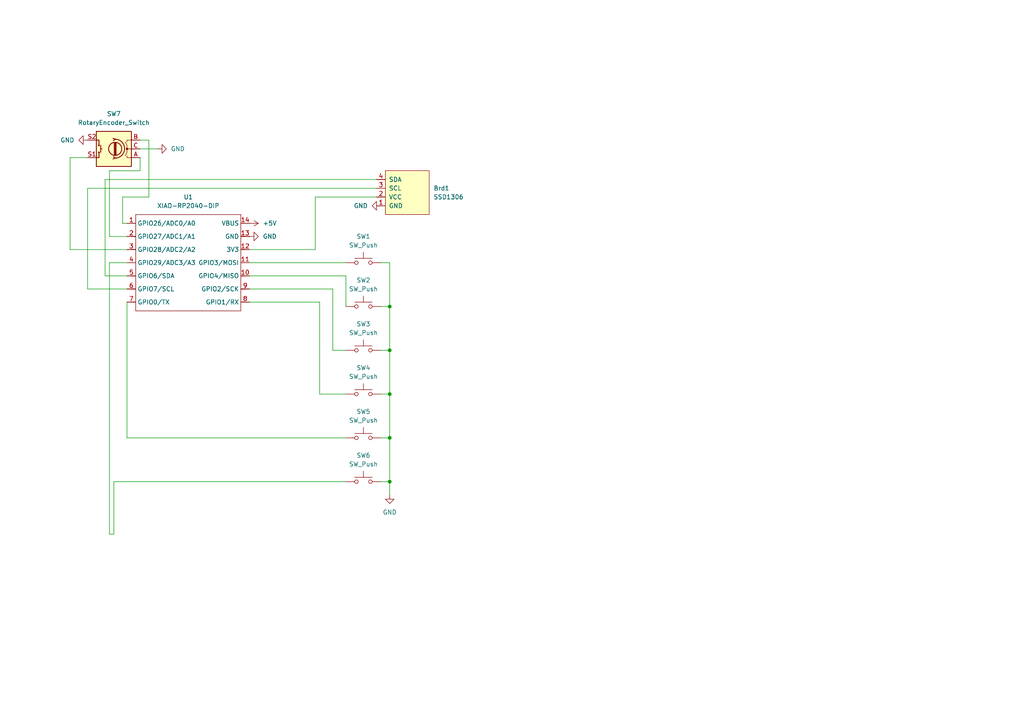
<source format=kicad_sch>
(kicad_sch (version 20250114) (generator "eeschema") (generator_version "9.0")
  (paper "A4")
  (lib_symbols
    (symbol "Device:RotaryEncoder_Switch" (pin_names (offset 0.254) (hide yes))
      (property "Reference" "SW" (at 0 6.604 0))
      (property "Value" "RotaryEncoder_Switch" (at 0 -6.604 0))
      (symbol "RotaryEncoder_Switch_0_1"
        (rectangle (start -5.08 5.08) (end 5.08 -5.08) (stroke (width 0.254)) (fill (type background)))
        (polyline (pts (xy -5.08 2.54) (xy -3.81 2.54) (xy -3.81 2.032)))
        (polyline (pts (xy -5.08 0) (xy -3.81 0) (xy -3.81 -1.016) (xy -3.302 -2.032)))
        (polyline (pts (xy -5.08 -2.54) (xy -3.81 -2.54) (xy -3.81 -2.032)))
        (polyline (pts (xy -4.318 0) (xy -3.81 0) (xy -3.81 1.016) (xy -3.302 2.032)))
        (circle (center -3.81 0) (radius 0.254) (fill (type outline)))
        (polyline (pts (xy -0.635 -1.778) (xy -0.635 1.778)) (stroke (width 0.254)))
        (circle (center -0.381 0) (radius 1.905) (stroke (width 0.254)))
        (polyline (pts (xy -0.381 -1.778) (xy -0.381 1.778)) (stroke (width 0.254)))
        (arc (start -0.381 -2.794) (mid -3.0988 -0.0635) (end -0.381 2.667) (stroke (width 0.254)))
        (polyline (pts (xy -0.127 1.778) (xy -0.127 -1.778)) (stroke (width 0.254)))
        (polyline (pts (xy 0.254 2.921) (xy -0.508 2.667) (xy 0.127 2.286)) (stroke (width 0.254)))
        (polyline (pts (xy 0.254 -3.048) (xy -0.508 -2.794) (xy 0.127 -2.413)) (stroke (width 0.254)))
        (polyline (pts (xy 3.81 1.016) (xy 3.81 -1.016)) (stroke (width 0.254)))
        (polyline (pts (xy 3.81 0) (xy 3.429 0)) (stroke (width 0.254)))
        (circle (center 4.318 1.016) (radius 0.127) (stroke (width 0.254)))
        (circle (center 4.318 -1.016) (radius 0.127) (stroke (width 0.254)))
        (polyline (pts (xy 5.08 2.54) (xy 4.318 2.54) (xy 4.318 1.016)) (stroke (width 0.254)))
        (polyline (pts (xy 5.08 -2.54) (xy 4.318 -2.54) (xy 4.318 -1.016)) (stroke (width 0.254)))
      )
      (symbol "RotaryEncoder_Switch_1_1"
        (pin passive line (at -7.62 2.54 0) (length 2.54) (name "A") (number "A"))
        (pin passive line (at -7.62 0 0) (length 2.54) (name "C") (number "C"))
        (pin passive line (at -7.62 -2.54 0) (length 2.54) (name "B") (number "B"))
        (pin passive line (at 7.62 2.54 180) (length 2.54) (name "S1") (number "S1"))
        (pin passive line (at 7.62 -2.54 180) (length 2.54) (name "S2") (number "S2"))
      )
    )
    (symbol "SSD1306-128x64_OLED:SSD1306" (pin_names (offset 1.016))
      (property "Reference" "Brd" (at 0 -3.81 0))
      (property "Value" "SSD1306" (at 0 -1.27 0))
      (symbol "SSD1306_0_1"
        (rectangle (start -6.35 6.35) (end 6.35 -6.35) (fill (type background)))
      )
      (symbol "SSD1306_1_1"
        (pin input line (at -3.81 8.89 270) (length 2.54) (name "GND") (number "1"))
        (pin input line (at -1.27 8.89 270) (length 2.54) (name "VCC") (number "2"))
        (pin input line (at 1.27 8.89 270) (length 2.54) (name "SCL") (number "3"))
        (pin input line (at 3.81 8.89 270) (length 2.54) (name "SDA") (number "4"))
      )
    )
    (symbol "Seeed_Studio_XIAO_Series:XIAO-RP2040-DIP"
      (property "Reference" "U" (at 0 0 0))
      (property "Value" "XIAO-RP2040-DIP" (at 5.334 -1.778 0))
      (symbol "XIAO-RP2040-DIP_1_0"
        (polyline (pts (xy -1.27 -2.54) (xy 29.21 -2.54)) (stroke (width 0.1524)))
        (polyline (pts (xy -1.27 -5.08) (xy -2.54 -5.08)) (stroke (width 0.1524)))
        (polyline (pts (xy -1.27 -5.08) (xy -1.27 -2.54)) (stroke (width 0.1524)))
        (polyline (pts (xy -1.27 -8.89) (xy -2.54 -8.89)) (stroke (width 0.1524)))
        (polyline (pts (xy -1.27 -8.89) (xy -1.27 -5.08)) (stroke (width 0.1524)))
        (polyline (pts (xy -1.27 -12.7) (xy -2.54 -12.7)) (stroke (width 0.1524)))
        (polyline (pts (xy -1.27 -12.7) (xy -1.27 -8.89)) (stroke (width 0.1524)))
        (polyline (pts (xy -1.27 -16.51) (xy -2.54 -16.51)) (stroke (width 0.1524)))
        (polyline (pts (xy -1.27 -16.51) (xy -1.27 -12.7)) (stroke (width 0.1524)))
        (polyline (pts (xy -1.27 -20.32) (xy -2.54 -20.32)) (stroke (width 0.1524)))
        (polyline (pts (xy -1.27 -24.13) (xy -2.54 -24.13)) (stroke (width 0.1524)))
        (polyline (pts (xy -1.27 -27.94) (xy -2.54 -27.94)) (stroke (width 0.1524)))
        (polyline (pts (xy -1.27 -30.48) (xy -1.27 -16.51)) (stroke (width 0.1524)))
        (polyline (pts (xy 29.21 -2.54) (xy 29.21 -5.08)) (stroke (width 0.1524)))
        (polyline (pts (xy 29.21 -5.08) (xy 29.21 -8.89)) (stroke (width 0.1524)))
        (polyline (pts (xy 29.21 -8.89) (xy 29.21 -12.7)) (stroke (width 0.1524)))
        (polyline (pts (xy 29.21 -12.7) (xy 29.21 -30.48)) (stroke (width 0.1524)))
        (polyline (pts (xy 29.21 -30.48) (xy -1.27 -30.48)) (stroke (width 0.1524)))
        (polyline (pts (xy 30.48 -5.08) (xy 29.21 -5.08)) (stroke (width 0.1524)))
        (polyline (pts (xy 30.48 -8.89) (xy 29.21 -8.89)) (stroke (width 0.1524)))
        (polyline (pts (xy 30.48 -12.7) (xy 29.21 -12.7)) (stroke (width 0.1524)))
        (polyline (pts (xy 30.48 -16.51) (xy 29.21 -16.51)) (stroke (width 0.1524)))
        (polyline (pts (xy 30.48 -20.32) (xy 29.21 -20.32)) (stroke (width 0.1524)))
        (polyline (pts (xy 30.48 -24.13) (xy 29.21 -24.13)) (stroke (width 0.1524)))
        (polyline (pts (xy 30.48 -27.94) (xy 29.21 -27.94)) (stroke (width 0.1524)))
        (pin passive line (at -3.81 -5.08 0) (length 2.54) (name "GPIO26/ADC0/A0") (number "1"))
        (pin passive line (at -3.81 -8.89 0) (length 2.54) (name "GPIO27/ADC1/A1") (number "2"))
        (pin passive line (at -3.81 -12.7 0) (length 2.54) (name "GPIO28/ADC2/A2") (number "3"))
        (pin passive line (at -3.81 -16.51 0) (length 2.54) (name "GPIO29/ADC3/A3") (number "4"))
        (pin passive line (at -3.81 -20.32 0) (length 2.54) (name "GPIO6/SDA") (number "5"))
        (pin passive line (at -3.81 -24.13 0) (length 2.54) (name "GPIO7/SCL") (number "6"))
        (pin passive line (at -3.81 -27.94 0) (length 2.54) (name "GPIO0/TX") (number "7"))
        (pin passive line (at 31.75 -5.08 180) (length 2.54) (name "VBUS") (number "14"))
        (pin passive line (at 31.75 -8.89 180) (length 2.54) (name "GND") (number "13"))
        (pin passive line (at 31.75 -12.7 180) (length 2.54) (name "3V3") (number "12"))
        (pin passive line (at 31.75 -16.51 180) (length 2.54) (name "GPIO3/MOSI") (number "11"))
        (pin passive line (at 31.75 -20.32 180) (length 2.54) (name "GPIO4/MISO") (number "10"))
        (pin passive line (at 31.75 -24.13 180) (length 2.54) (name "GPIO2/SCK") (number "9"))
        (pin passive line (at 31.75 -27.94 180) (length 2.54) (name "GPIO1/RX") (number "8"))
      )
    )
    (symbol "Switch:SW_Push" (pin_numbers (hide yes)) (pin_names (offset 1.016) (hide yes))
      (property "Reference" "SW" (at 1.27 2.54 0))
      (property "Value" "SW_Push" (at 0 -1.524 0))
      (symbol "SW_Push_0_1"
        (circle (center -2.032 0) (radius 0.508))
        (polyline (pts (xy 0 1.27) (xy 0 3.048)))
        (circle (center 2.032 0) (radius 0.508))
        (polyline (pts (xy 2.54 1.27) (xy -2.54 1.27)))
        (pin passive line (at -5.08 0 0) (length 2.54) (name "1") (number "1"))
        (pin passive line (at 5.08 0 180) (length 2.54) (name "2") (number "2"))
      )
    )
    (symbol "power:+5V" (power) (pin_numbers (hide yes)) (pin_names (offset 0) (hide yes))
      (property "Value" "+5V" (at 0 3.556 0))
      (symbol "+5V_0_1"
        (polyline (pts (xy -0.762 1.27) (xy 0 2.54)))
        (polyline (pts (xy 0 2.54) (xy 0.762 1.27)))
        (polyline (pts (xy 0 0) (xy 0 2.54)))
      )
      (symbol "+5V_1_1"
        (pin power_in line (at 0 0 90) (length 0) (name "~") (number "1"))
      )
    )
    (symbol "power:GND" (power) (pin_numbers (hide yes)) (pin_names (offset 0) (hide yes))
      (property "Value" "GND" (at 0 -3.81 0))
      (symbol "GND_0_1"
        (polyline (pts (xy 0 0) (xy 0 -1.27) (xy 1.27 -1.27) (xy 0 -2.54) (xy -1.27 -1.27) (xy 0 -1.27)))
      )
      (symbol "GND_1_1"
        (pin power_in line (at 0 0 270) (length 0) (name "~") (number "1"))
      )
    )
  )
  (junction (at 113.03 114.3))
  (junction (at 113.03 101.6))
  (junction (at 113.03 88.9))
  (junction (at 113.03 127))
  (junction (at 113.03 139.7))
  (wire (pts (xy 25.4 54.61) (xy 25.4 83.82)))
  (wire (pts (xy 36.83 127) (xy 100.33 127)))
  (wire (pts (xy 40.64 40.64) (xy 43.18 40.64)))
  (wire (pts (xy 31.75 154.94) (xy 33.02 154.94)))
  (wire (pts (xy 36.83 87.63) (xy 36.83 127)))
  (wire (pts (xy 92.71 114.3) (xy 100.33 114.3)))
  (wire (pts (xy 110.49 76.2) (xy 113.03 76.2)))
  (wire (pts (xy 40.64 45.72) (xy 40.64 49.53)))
  (wire (pts (xy 91.44 72.39) (xy 91.44 57.15)))
  (wire (pts (xy 35.56 64.77) (xy 36.83 64.77)))
  (wire (pts (xy 40.64 49.53) (xy 31.75 49.53)))
  (wire (pts (xy 72.39 72.39) (xy 91.44 72.39)))
  (wire (pts (xy 113.03 114.3) (xy 113.03 127)))
  (wire (pts (xy 113.03 88.9) (xy 110.49 88.9)))
  (wire (pts (xy 31.75 76.2) (xy 31.75 154.94)))
  (wire (pts (xy 20.32 72.39) (xy 36.83 72.39)))
  (wire (pts (xy 43.18 57.15) (xy 35.56 57.15)))
  (wire (pts (xy 31.75 49.53) (xy 31.75 68.58)))
  (wire (pts (xy 113.03 101.6) (xy 110.49 101.6)))
  (wire (pts (xy 30.48 52.07) (xy 109.22 52.07)))
  (wire (pts (xy 109.22 57.15) (xy 91.44 57.15)))
  (wire (pts (xy 72.39 76.2) (xy 100.33 76.2)))
  (wire (pts (xy 72.39 87.63) (xy 92.71 87.63)))
  (wire (pts (xy 30.48 52.07) (xy 30.48 80.01)))
  (wire (pts (xy 72.39 83.82) (xy 96.52 83.82)))
  (wire (pts (xy 96.52 101.6) (xy 100.33 101.6)))
  (wire (pts (xy 31.75 68.58) (xy 36.83 68.58)))
  (wire (pts (xy 20.32 45.72) (xy 20.32 72.39)))
  (wire (pts (xy 113.03 76.2) (xy 113.03 88.9)))
  (wire (pts (xy 113.03 139.7) (xy 113.03 143.51)))
  (wire (pts (xy 113.03 139.7) (xy 110.49 139.7)))
  (wire (pts (xy 36.83 80.01) (xy 30.48 80.01)))
  (wire (pts (xy 35.56 57.15) (xy 35.56 64.77)))
  (wire (pts (xy 25.4 54.61) (xy 109.22 54.61)))
  (wire (pts (xy 100.33 80.01) (xy 100.33 88.9)))
  (wire (pts (xy 113.03 88.9) (xy 113.03 101.6)))
  (wire (pts (xy 92.71 87.63) (xy 92.71 114.3)))
  (wire (pts (xy 43.18 40.64) (xy 43.18 57.15)))
  (wire (pts (xy 72.39 80.01) (xy 100.33 80.01)))
  (wire (pts (xy 33.02 154.94) (xy 33.02 139.7)))
  (wire (pts (xy 31.75 76.2) (xy 36.83 76.2)))
  (wire (pts (xy 113.03 101.6) (xy 113.03 114.3)))
  (wire (pts (xy 25.4 45.72) (xy 20.32 45.72)))
  (wire (pts (xy 33.02 139.7) (xy 100.33 139.7)))
  (wire (pts (xy 113.03 114.3) (xy 110.49 114.3)))
  (wire (pts (xy 96.52 83.82) (xy 96.52 101.6)))
  (wire (pts (xy 40.64 43.18) (xy 45.72 43.18)))
  (wire (pts (xy 113.03 127) (xy 110.49 127)))
  (wire (pts (xy 36.83 83.82) (xy 25.4 83.82)))
  (wire (pts (xy 113.03 127) (xy 113.03 139.7)))
  (wire (pts (xy 109.22 59.69) (xy 110.49 59.69)))
  (symbol (lib_id "Switch:SW_Push") (at 105.41 76.2 0) (mirror y) (unit 1)
    (property "Reference" "SW1" (at 105.41 68.58 0))
    (property "Value" "SW_Push" (at 105.41 71.12 0))
    (property "Footprint" "Button_Switch_Keyboard:SW_Cherry_MX_1.00u_PCB" (effects (hide yes)))
    (property "Description" "Push button switch, generic, two pins" (effects (hide yes)))
  )
  (symbol (lib_id "power:GND") (at 25.4 40.64 270) (unit 1)
    (property "Reference" "#PWR05" (effects (hide yes)))
    (property "Value" "GND" (at 21.59 40.6399 90) (effects (justify right)))
    (property "Description" "Power symbol creates a global label with name \"GND\" , ground" (effects (hide yes)))
  )
  (symbol (lib_id "Device:RotaryEncoder_Switch") (at 33.02 43.18 180) (unit 1)
    (property "Reference" "SW7" (at 33.02 33.02 0))
    (property "Value" "RotaryEncoder_Switch" (at 33.02 35.56 0))
    (property "Footprint" "Rotary_Encoder:RotaryEncoder_Alps_EC11E-Switch_Vertical_H20mm" (effects (hide yes)))
    (property "Description" "Rotary encoder, dual channel, incremental quadrate outputs, with switch" (effects (hide yes)))
  )
  (symbol (lib_id "Switch:SW_Push") (at 105.41 101.6 0) (mirror y) (unit 1)
    (property "Reference" "SW3" (at 105.41 93.98 0))
    (property "Value" "SW_Push" (at 105.41 96.52 0))
    (property "Footprint" "Button_Switch_Keyboard:SW_Cherry_MX_1.00u_PCB" (effects (hide yes)))
    (property "Description" "Push button switch, generic, two pins" (effects (hide yes)))
  )
  (symbol (lib_id "power:GND") (at 110.49 59.69 270) (unit 1)
    (property "Reference" "#PWR02" (effects (hide yes)))
    (property "Value" "GND" (at 106.68 59.6899 90) (effects (justify right)))
    (property "Description" "Power symbol creates a global label with name \"GND\" , ground" (effects (hide yes)))
  )
  (symbol (lib_id "power:GND") (at 72.39 68.58 90) (unit 1)
    (property "Reference" "#PWR03" (effects (hide yes)))
    (property "Value" "GND" (at 76.2 68.5799 90) (effects (justify right)))
    (property "Description" "Power symbol creates a global label with name \"GND\" , ground" (effects (hide yes)))
  )
  (symbol (lib_id "Switch:SW_Push") (at 105.41 139.7 0) (mirror y) (unit 1)
    (property "Reference" "SW6" (at 105.41 132.08 0))
    (property "Value" "SW_Push" (at 105.41 134.62 0))
    (property "Footprint" "Button_Switch_Keyboard:SW_Cherry_MX_1.00u_PCB" (effects (hide yes)))
    (property "Description" "Push button switch, generic, two pins" (effects (hide yes)))
  )
  (symbol (lib_id "Switch:SW_Push") (at 105.41 127 0) (mirror y) (unit 1)
    (property "Reference" "SW5" (at 105.41 119.38 0))
    (property "Value" "SW_Push" (at 105.41 121.92 0))
    (property "Footprint" "Button_Switch_Keyboard:SW_Cherry_MX_1.00u_PCB" (effects (hide yes)))
    (property "Description" "Push button switch, generic, two pins" (effects (hide yes)))
  )
  (symbol (lib_id "power:+5V") (at 72.39 64.77 270) (unit 1)
    (property "Reference" "#PWR01" (effects (hide yes)))
    (property "Value" "+5V" (at 76.2 64.7699 90) (effects (justify left)))
    (property "Description" "Power symbol creates a global label with name \"+5V\"" (effects (hide yes)))
  )
  (symbol (lib_id "SSD1306-128x64_OLED:SSD1306") (at 118.11 55.88 90) (unit 1)
    (property "Reference" "Brd1" (at 125.73 54.6099 90) (effects (justify right)))
    (property "Value" "SSD1306" (at 125.73 57.1499 90) (effects (justify right)))
    (property "Footprint" "SSD1306:128x64OLED" (effects (hide yes)))
  )
  (symbol (lib_id "power:GND") (at 45.72 43.18 90) (unit 1)
    (property "Reference" "#PWR06" (effects (hide yes)))
    (property "Value" "GND" (at 49.53 43.1799 90) (effects (justify right)))
    (property "Description" "Power symbol creates a global label with name \"GND\" , ground" (effects (hide yes)))
  )
  (symbol (lib_id "Switch:SW_Push") (at 105.41 114.3 0) (mirror y) (unit 1)
    (property "Reference" "SW4" (at 105.41 106.68 0))
    (property "Value" "SW_Push" (at 105.41 109.22 0))
    (property "Footprint" "Button_Switch_Keyboard:SW_Cherry_MX_1.00u_PCB" (effects (hide yes)))
    (property "Description" "Push button switch, generic, two pins" (effects (hide yes)))
  )
  (symbol (lib_id "Switch:SW_Push") (at 105.41 88.9 0) (mirror y) (unit 1)
    (property "Reference" "SW2" (at 105.41 81.28 0))
    (property "Value" "SW_Push" (at 105.41 83.82 0))
    (property "Footprint" "Button_Switch_Keyboard:SW_Cherry_MX_1.00u_PCB" (effects (hide yes)))
    (property "Description" "Push button switch, generic, two pins" (effects (hide yes)))
  )
  (symbol (lib_id "power:GND") (at 113.03 143.51 0) (mirror y) (unit 1)
    (property "Reference" "#PWR04" (effects (hide yes)))
    (property "Value" "GND" (at 113.03 148.59 0))
    (property "Description" "Power symbol creates a global label with name \"GND\" , ground" (effects (hide yes)))
  )
  (symbol (lib_id "Seeed_Studio_XIAO_Series:XIAO-RP2040-DIP") (at 40.64 59.69 0) (unit 1)
    (property "Reference" "U1" (at 54.61 57.15 0))
    (property "Value" "XIAO-RP2040-DIP" (at 54.61 59.69 0))
    (property "Footprint" "Seeed Studio XIAO Series Library:XIAO-RP2040-DIP" (effects (hide yes)))
  )
)
</source>
